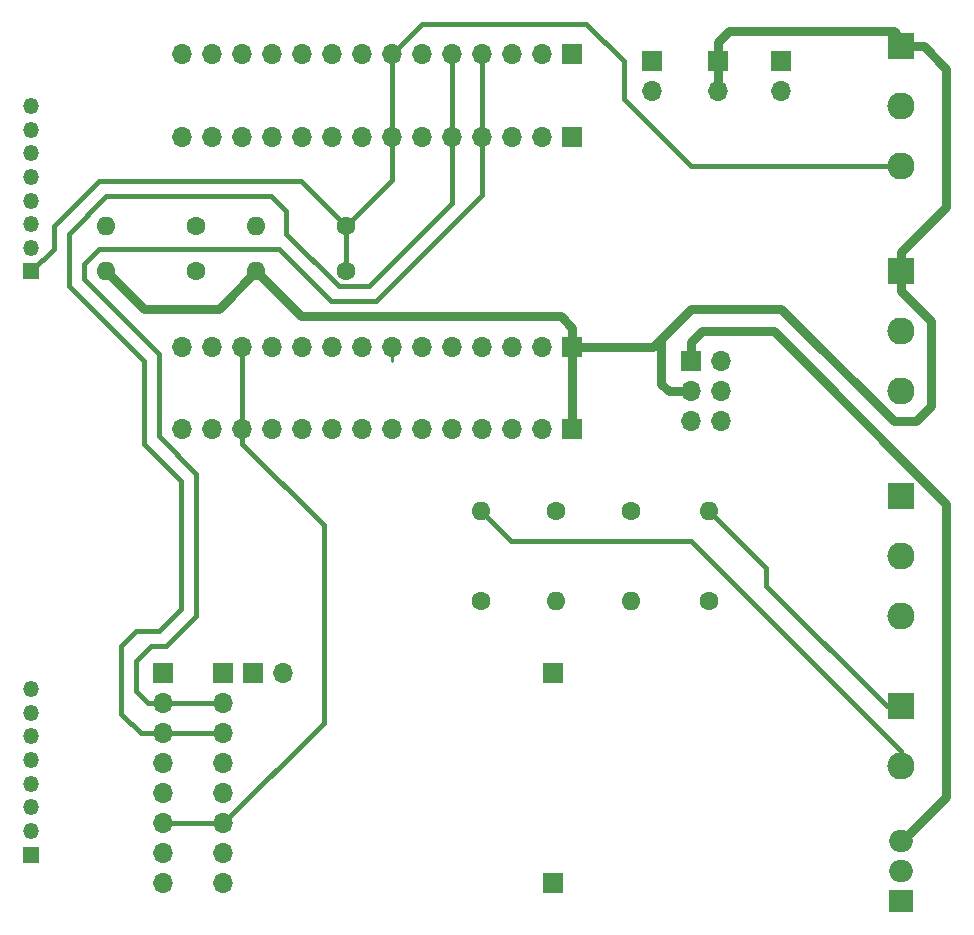
<source format=gbr>
G04 #@! TF.GenerationSoftware,KiCad,Pcbnew,(5.1.4)-1*
G04 #@! TF.CreationDate,2020-01-23T23:33:44-05:00*
G04 #@! TF.ProjectId,ECVTProtoBoard,45435654-5072-46f7-946f-426f6172642e,rev?*
G04 #@! TF.SameCoordinates,Original*
G04 #@! TF.FileFunction,Copper,L1,Top*
G04 #@! TF.FilePolarity,Positive*
%FSLAX46Y46*%
G04 Gerber Fmt 4.6, Leading zero omitted, Abs format (unit mm)*
G04 Created by KiCad (PCBNEW (5.1.4)-1) date 2020-01-23 23:33:44*
%MOMM*%
%LPD*%
G04 APERTURE LIST*
%ADD10C,1.600000*%
%ADD11O,1.600000X1.600000*%
%ADD12O,1.700000X1.700000*%
%ADD13R,1.700000X1.700000*%
%ADD14O,2.000000X1.905000*%
%ADD15R,2.000000X1.905000*%
%ADD16R,1.350000X1.350000*%
%ADD17O,1.350000X1.350000*%
%ADD18R,2.300000X2.300000*%
%ADD19O,2.300000X2.300000*%
%ADD20C,0.381000*%
%ADD21C,0.250000*%
%ADD22C,0.762000*%
G04 APERTURE END LIST*
D10*
X116840000Y-90170000D03*
D11*
X109220000Y-90170000D03*
D12*
X106426000Y-141986000D03*
X106426000Y-139446000D03*
X106426000Y-136906000D03*
X106426000Y-134366000D03*
X106426000Y-131826000D03*
X106426000Y-129286000D03*
X106426000Y-126746000D03*
D13*
X106426000Y-124206000D03*
D12*
X102955999Y-103546001D03*
X105495999Y-103546001D03*
X108035999Y-103546001D03*
X110575999Y-103546001D03*
X113115999Y-103546001D03*
X115655999Y-103546001D03*
X118195999Y-103546001D03*
X120735999Y-103546001D03*
X123275999Y-103546001D03*
X125815999Y-103546001D03*
X128355999Y-103546001D03*
X130895999Y-103546001D03*
X133435999Y-103546001D03*
D13*
X135975999Y-103546001D03*
D11*
X134620000Y-118110000D03*
D10*
X134620000Y-110490000D03*
X128270000Y-118110000D03*
D11*
X128270000Y-110490000D03*
D10*
X140970000Y-110490000D03*
D11*
X140970000Y-118110000D03*
X147574000Y-110490000D03*
D10*
X147574000Y-118110000D03*
D13*
X134366000Y-124206000D03*
X134366000Y-141986000D03*
X101346000Y-124206000D03*
D12*
X101346000Y-126746000D03*
X101346000Y-129286000D03*
X101346000Y-131826000D03*
X101346000Y-134366000D03*
X101346000Y-136906000D03*
X101346000Y-139446000D03*
X101346000Y-141986000D03*
X111506000Y-124206000D03*
D13*
X108966000Y-124206000D03*
D14*
X163830000Y-138430000D03*
X163830000Y-140970000D03*
D15*
X163830000Y-143510000D03*
D13*
X135975999Y-71766001D03*
D12*
X133435999Y-71766001D03*
X130895999Y-71766001D03*
X128355999Y-71766001D03*
X125815999Y-71766001D03*
X123275999Y-71766001D03*
X120735999Y-71766001D03*
X118195999Y-71766001D03*
X115655999Y-71766001D03*
X113115999Y-71766001D03*
X110575999Y-71766001D03*
X108035999Y-71766001D03*
X105495999Y-71766001D03*
X102955999Y-71766001D03*
X102955999Y-78766001D03*
X105495999Y-78766001D03*
X108035999Y-78766001D03*
X110575999Y-78766001D03*
X113115999Y-78766001D03*
X115655999Y-78766001D03*
X118195999Y-78766001D03*
X120735999Y-78766001D03*
X123275999Y-78766001D03*
X125815999Y-78766001D03*
X128355999Y-78766001D03*
X130895999Y-78766001D03*
X133435999Y-78766001D03*
D13*
X135975999Y-78766001D03*
X135975999Y-96546001D03*
D12*
X133435999Y-96546001D03*
X130895999Y-96546001D03*
X128355999Y-96546001D03*
X125815999Y-96546001D03*
X123275999Y-96546001D03*
X120735999Y-96546001D03*
X118195999Y-96546001D03*
X115655999Y-96546001D03*
X113115999Y-96546001D03*
X110575999Y-96546001D03*
X108035999Y-96546001D03*
X105495999Y-96546001D03*
X102955999Y-96546001D03*
D16*
X90170000Y-139540000D03*
D17*
X90170000Y-137540000D03*
X90170000Y-135540000D03*
X90170000Y-133540000D03*
X90170000Y-131540000D03*
X90170000Y-129540000D03*
X90170000Y-127540000D03*
X90170000Y-125540000D03*
X90170000Y-76170000D03*
X90170000Y-78170000D03*
X90170000Y-80170000D03*
X90170000Y-82170000D03*
X90170000Y-84170000D03*
X90170000Y-86170000D03*
X90170000Y-88170000D03*
D16*
X90170000Y-90170000D03*
D12*
X148336000Y-74930000D03*
D13*
X148336000Y-72390000D03*
X142748000Y-72390000D03*
D12*
X142748000Y-74930000D03*
X153670000Y-74930000D03*
D13*
X153670000Y-72390000D03*
D11*
X109220000Y-86360000D03*
D10*
X116840000Y-86360000D03*
X104140000Y-90170000D03*
D11*
X96520000Y-90170000D03*
X96520000Y-86360000D03*
D10*
X104140000Y-86360000D03*
D13*
X146050000Y-97790000D03*
D12*
X148590000Y-97790000D03*
X146050000Y-100330000D03*
X148590000Y-100330000D03*
X146050000Y-102870000D03*
X148590000Y-102870000D03*
D18*
X163830000Y-109220000D03*
D19*
X163830000Y-114300000D03*
X163830000Y-119380000D03*
D18*
X163830000Y-71120000D03*
D19*
X163830000Y-76200000D03*
X163830000Y-81280000D03*
X163830000Y-100330000D03*
X163830000Y-95250000D03*
D18*
X163830000Y-90170000D03*
X163830000Y-127000000D03*
D19*
X163830000Y-132080000D03*
D20*
X101346000Y-126746000D02*
X106426000Y-126746000D01*
X128355999Y-78766001D02*
X128355999Y-71766001D01*
X100076000Y-126746000D02*
X101346000Y-126746000D01*
X95885000Y-88265000D02*
X94615000Y-89535000D01*
X111125000Y-88265000D02*
X95885000Y-88265000D01*
X115570000Y-92710000D02*
X111125000Y-88265000D01*
X119380000Y-92710000D02*
X115570000Y-92710000D01*
X104140000Y-107315000D02*
X104140000Y-119380000D01*
X101600000Y-121920000D02*
X100330000Y-121920000D01*
X128355999Y-83734001D02*
X119380000Y-92710000D01*
X99060000Y-123190000D02*
X99060000Y-125730000D01*
X99060000Y-125730000D02*
X100076000Y-126746000D01*
X94615000Y-89535000D02*
X94615000Y-90805000D01*
X100965000Y-104140000D02*
X104140000Y-107315000D01*
X128355999Y-78766001D02*
X128355999Y-83734001D01*
X94615000Y-90805000D02*
X100965000Y-97155000D01*
X100965000Y-97155000D02*
X100965000Y-104140000D01*
X104140000Y-119380000D02*
X101600000Y-121920000D01*
X100330000Y-121920000D02*
X99060000Y-123190000D01*
X101346000Y-129286000D02*
X106426000Y-129286000D01*
X125815999Y-72968082D02*
X125815999Y-78766001D01*
X125815999Y-71766001D02*
X125815999Y-72968082D01*
X97790000Y-121920000D02*
X97790000Y-127635000D01*
X111760000Y-85090000D02*
X110490000Y-83820000D01*
X116205000Y-91440000D02*
X111760000Y-86995000D01*
X118745000Y-91440000D02*
X116205000Y-91440000D01*
X97790000Y-127635000D02*
X99441000Y-129286000D01*
X102870000Y-118745000D02*
X100965000Y-120650000D01*
X125815999Y-84369001D02*
X118745000Y-91440000D01*
X96520000Y-83820000D02*
X93345000Y-86995000D01*
X125815999Y-78766001D02*
X125815999Y-84369001D01*
X110490000Y-83820000D02*
X96520000Y-83820000D01*
X111760000Y-86995000D02*
X111760000Y-85090000D01*
X93345000Y-86995000D02*
X93345000Y-91440000D01*
X93345000Y-91440000D02*
X99695000Y-97790000D01*
X99441000Y-129286000D02*
X101346000Y-129286000D01*
X99695000Y-97790000D02*
X99695000Y-104775000D01*
X99695000Y-104775000D02*
X102870000Y-107950000D01*
X100965000Y-120650000D02*
X99060000Y-120650000D01*
X102870000Y-107950000D02*
X102870000Y-118745000D01*
X99060000Y-120650000D02*
X97790000Y-121920000D01*
X120735999Y-72968082D02*
X120735999Y-78766001D01*
X120735999Y-71766001D02*
X120735999Y-72968082D01*
X120735999Y-82464001D02*
X116840000Y-86360000D01*
X120735999Y-78766001D02*
X120735999Y-82464001D01*
X116840000Y-86360000D02*
X116840000Y-90170000D01*
X120735999Y-71766001D02*
X123287000Y-69215000D01*
X123287000Y-69215000D02*
X137160000Y-69215000D01*
X137160000Y-69215000D02*
X140335000Y-72390000D01*
X140335000Y-72390000D02*
X140335000Y-75565000D01*
X146050000Y-81280000D02*
X163830000Y-81280000D01*
X140335000Y-75565000D02*
X146050000Y-81280000D01*
X92075000Y-88265000D02*
X92075000Y-86360000D01*
X92075000Y-88265000D02*
X90170000Y-90170000D01*
X92075000Y-86360000D02*
X95885000Y-82550000D01*
X113030000Y-82550000D02*
X116840000Y-86360000D01*
X95885000Y-82550000D02*
X113030000Y-82550000D01*
D21*
X108035999Y-96546001D02*
X108035999Y-97748082D01*
D20*
X101346000Y-136906000D02*
X106426000Y-136906000D01*
X108035999Y-96546001D02*
X108035999Y-103546001D01*
X108035999Y-104748082D02*
X114935000Y-111647083D01*
X108035999Y-103546001D02*
X108035999Y-104748082D01*
X114935000Y-128397000D02*
X106426000Y-136906000D01*
X114935000Y-111647083D02*
X114935000Y-128397000D01*
D22*
X163877500Y-138430000D02*
X163830000Y-138430000D01*
X146050000Y-97790000D02*
X146050000Y-96178000D01*
X146050000Y-96178000D02*
X146978000Y-95250000D01*
X153035000Y-95250000D02*
X167640000Y-109855000D01*
X167640000Y-109855000D02*
X167640000Y-134667500D01*
X146978000Y-95250000D02*
X153035000Y-95250000D01*
X167640000Y-134667500D02*
X163877500Y-138430000D01*
D21*
X120735999Y-97748082D02*
X120735999Y-96546001D01*
X120724998Y-97759083D02*
X120735999Y-97748082D01*
X120694998Y-97759083D02*
X120724998Y-97759083D01*
D20*
X163830000Y-132080000D02*
X163830000Y-130810000D01*
X163830000Y-130810000D02*
X146050000Y-113030000D01*
X130810000Y-113030000D02*
X128270000Y-110490000D01*
X146050000Y-113030000D02*
X130810000Y-113030000D01*
X162599000Y-127000000D02*
X152400000Y-116801000D01*
X163830000Y-127000000D02*
X162599000Y-127000000D01*
X152400000Y-115316000D02*
X147574000Y-110490000D01*
X152400000Y-116801000D02*
X152400000Y-115316000D01*
D22*
X148336000Y-74930000D02*
X148336000Y-72390000D01*
X163830000Y-70485000D02*
X163830000Y-71120000D01*
X163195000Y-69850000D02*
X163830000Y-70485000D01*
X149264000Y-69850000D02*
X163195000Y-69850000D01*
X148336000Y-72390000D02*
X148336000Y-70778000D01*
X148336000Y-70778000D02*
X149264000Y-69850000D01*
X144145000Y-100330000D02*
X146050000Y-100330000D01*
X143510000Y-99695000D02*
X144145000Y-100330000D01*
X143510000Y-95885000D02*
X143510000Y-99695000D01*
X146050000Y-93345000D02*
X143510000Y-95885000D01*
X153670000Y-93345000D02*
X146050000Y-93345000D01*
X163830000Y-91782000D02*
X166370000Y-94322000D01*
X163830000Y-90170000D02*
X163830000Y-91782000D01*
X166370000Y-94322000D02*
X166370000Y-101600000D01*
X166370000Y-101600000D02*
X165100000Y-102870000D01*
X165100000Y-102870000D02*
X163195000Y-102870000D01*
X163195000Y-102870000D02*
X153670000Y-93345000D01*
X142848999Y-96546001D02*
X135975999Y-96546001D01*
X143510000Y-95885000D02*
X142848999Y-96546001D01*
X135975999Y-96546001D02*
X135975999Y-103546001D01*
X135975999Y-94934001D02*
X135021998Y-93980000D01*
X135975999Y-96546001D02*
X135975999Y-94934001D01*
X113030000Y-93980000D02*
X109220000Y-90170000D01*
X135021998Y-93980000D02*
X113030000Y-93980000D01*
X109220000Y-90170000D02*
X106045000Y-93345000D01*
X106045000Y-93345000D02*
X99695000Y-93345000D01*
X99695000Y-93345000D02*
X96520000Y-90170000D01*
X163830000Y-88558000D02*
X163830000Y-90170000D01*
X167640000Y-84748000D02*
X163830000Y-88558000D01*
X167640000Y-73025000D02*
X167640000Y-84748000D01*
X163830000Y-71120000D02*
X165735000Y-71120000D01*
X165735000Y-71120000D02*
X167640000Y-73025000D01*
M02*

</source>
